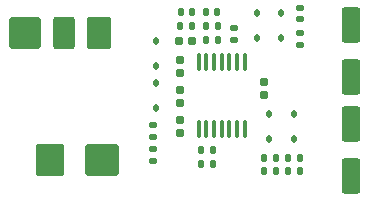
<source format=gbr>
%TF.GenerationSoftware,KiCad,Pcbnew,8.0.5*%
%TF.CreationDate,2024-09-24T12:34:27-04:00*%
%TF.ProjectId,afe-featherwing,6166652d-6665-4617-9468-657277696e67,rev?*%
%TF.SameCoordinates,Original*%
%TF.FileFunction,Paste,Top*%
%TF.FilePolarity,Positive*%
%FSLAX46Y46*%
G04 Gerber Fmt 4.6, Leading zero omitted, Abs format (unit mm)*
G04 Created by KiCad (PCBNEW 8.0.5) date 2024-09-24 12:34:27*
%MOMM*%
%LPD*%
G01*
G04 APERTURE LIST*
G04 Aperture macros list*
%AMRoundRect*
0 Rectangle with rounded corners*
0 $1 Rounding radius*
0 $2 $3 $4 $5 $6 $7 $8 $9 X,Y pos of 4 corners*
0 Add a 4 corners polygon primitive as box body*
4,1,4,$2,$3,$4,$5,$6,$7,$8,$9,$2,$3,0*
0 Add four circle primitives for the rounded corners*
1,1,$1+$1,$2,$3*
1,1,$1+$1,$4,$5*
1,1,$1+$1,$6,$7*
1,1,$1+$1,$8,$9*
0 Add four rect primitives between the rounded corners*
20,1,$1+$1,$2,$3,$4,$5,0*
20,1,$1+$1,$4,$5,$6,$7,0*
20,1,$1+$1,$6,$7,$8,$9,0*
20,1,$1+$1,$8,$9,$2,$3,0*%
G04 Aperture macros list end*
%ADD10RoundRect,0.100000X-0.100000X0.637500X-0.100000X-0.637500X0.100000X-0.637500X0.100000X0.637500X0*%
%ADD11RoundRect,0.180000X0.720000X-1.170000X0.720000X1.170000X-0.720000X1.170000X-0.720000X-1.170000X0*%
%ADD12RoundRect,0.240000X0.960000X-1.110000X0.960000X1.110000X-0.960000X1.110000X-0.960000X-1.110000X0*%
%ADD13RoundRect,0.210000X0.840000X-1.140000X0.840000X1.140000X-0.840000X1.140000X-0.840000X-1.140000X0*%
%ADD14RoundRect,0.270000X1.180000X-1.080000X1.180000X1.080000X-1.180000X1.080000X-1.180000X-1.080000X0*%
%ADD15RoundRect,0.270000X1.080000X-1.080000X1.080000X1.080000X-1.080000X1.080000X-1.080000X-1.080000X0*%
%ADD16RoundRect,0.147500X-0.172500X0.147500X-0.172500X-0.147500X0.172500X-0.147500X0.172500X0.147500X0*%
%ADD17RoundRect,0.147500X0.147500X0.172500X-0.147500X0.172500X-0.147500X-0.172500X0.147500X-0.172500X0*%
%ADD18RoundRect,0.147500X-0.147500X-0.172500X0.147500X-0.172500X0.147500X0.172500X-0.147500X0.172500X0*%
%ADD19RoundRect,0.155000X-0.212500X-0.155000X0.212500X-0.155000X0.212500X0.155000X-0.212500X0.155000X0*%
%ADD20RoundRect,0.250000X-0.550000X1.250000X-0.550000X-1.250000X0.550000X-1.250000X0.550000X1.250000X0*%
%ADD21RoundRect,0.112500X0.112500X-0.187500X0.112500X0.187500X-0.112500X0.187500X-0.112500X-0.187500X0*%
%ADD22RoundRect,0.112500X-0.112500X0.187500X-0.112500X-0.187500X0.112500X-0.187500X0.112500X0.187500X0*%
%ADD23RoundRect,0.155000X-0.155000X0.212500X-0.155000X-0.212500X0.155000X-0.212500X0.155000X0.212500X0*%
%ADD24RoundRect,0.155000X0.155000X-0.212500X0.155000X0.212500X-0.155000X0.212500X-0.155000X-0.212500X0*%
G04 APERTURE END LIST*
D10*
%TO.C,U1*%
X155571600Y-89681100D03*
X154921600Y-89681100D03*
X154271600Y-89681100D03*
X153621600Y-89681100D03*
X152971600Y-89681100D03*
X152321600Y-89681100D03*
X151671600Y-89681100D03*
X151671600Y-95406100D03*
X152321600Y-95406100D03*
X152971600Y-95406100D03*
X153621600Y-95406100D03*
X154271600Y-95406100D03*
X154921600Y-95406100D03*
X155571600Y-95406100D03*
%TD*%
D11*
%TO.C,J1*%
X140260000Y-87260000D03*
D12*
X139060000Y-97960000D03*
D13*
X143260000Y-87260000D03*
D14*
X143460000Y-97960000D03*
D15*
X136960000Y-87260000D03*
%TD*%
D16*
%TO.C,R11*%
X147828000Y-98044000D03*
X147828000Y-97074000D03*
%TD*%
%TO.C,R10*%
X147828000Y-96012000D03*
X147828000Y-95042000D03*
%TD*%
D17*
%TO.C,R9*%
X151915000Y-97155000D03*
X152885000Y-97155000D03*
%TD*%
%TO.C,R8*%
X151915000Y-98298000D03*
X152885000Y-98298000D03*
%TD*%
D18*
%TO.C,R16*%
X158219000Y-98933000D03*
X157249000Y-98933000D03*
%TD*%
D17*
%TO.C,R14*%
X159281000Y-97790000D03*
X160251000Y-97790000D03*
%TD*%
%TO.C,R13*%
X159281000Y-98933000D03*
X160251000Y-98933000D03*
%TD*%
%TO.C,R5*%
X151107000Y-86614000D03*
X150137000Y-86614000D03*
%TD*%
D18*
%TO.C,R1*%
X153291400Y-86621400D03*
X152321400Y-86621400D03*
%TD*%
D19*
%TO.C,C1*%
X151113300Y-87891400D03*
X149978300Y-87891400D03*
%TD*%
D20*
%TO.C,C7*%
X164592000Y-86547600D03*
X164592000Y-90947600D03*
%TD*%
%TO.C,C8*%
X164592000Y-99314000D03*
X164592000Y-94914000D03*
%TD*%
D18*
%TO.C,R15*%
X158219000Y-97790000D03*
X157249000Y-97790000D03*
%TD*%
D16*
%TO.C,R12*%
X160274000Y-87272000D03*
X160274000Y-88242000D03*
%TD*%
D18*
%TO.C,R4*%
X151157800Y-85478400D03*
X150187800Y-85478400D03*
%TD*%
D16*
%TO.C,R7*%
X160274000Y-86083000D03*
X160274000Y-85113000D03*
%TD*%
%TO.C,R6*%
X154686000Y-87817600D03*
X154686000Y-86847600D03*
%TD*%
D21*
%TO.C,D6*%
X159743000Y-96182800D03*
X159743000Y-94082800D03*
%TD*%
%TO.C,D5*%
X157655400Y-96182800D03*
X157655400Y-94082800D03*
%TD*%
D22*
%TO.C,D4*%
X158623000Y-85564000D03*
X158623000Y-87664000D03*
%TD*%
D21*
%TO.C,D3*%
X156591000Y-87630000D03*
X156591000Y-85530000D03*
%TD*%
D23*
%TO.C,C6*%
X150091000Y-95751100D03*
X150091000Y-94616100D03*
%TD*%
D22*
%TO.C,D2*%
X148082000Y-91499000D03*
X148082000Y-93599000D03*
%TD*%
%TO.C,D1*%
X148082000Y-87943000D03*
X148082000Y-90043000D03*
%TD*%
D18*
%TO.C,R2*%
X153266000Y-85471000D03*
X152296000Y-85471000D03*
%TD*%
D17*
%TO.C,R3*%
X152346800Y-87866000D03*
X153316800Y-87866000D03*
%TD*%
D24*
%TO.C,C5*%
X157226000Y-91380500D03*
X157226000Y-92515500D03*
%TD*%
%TO.C,C3*%
X150091000Y-89536100D03*
X150091000Y-90671100D03*
%TD*%
%TO.C,C2*%
X150091000Y-92076100D03*
X150091000Y-93211100D03*
%TD*%
M02*

</source>
